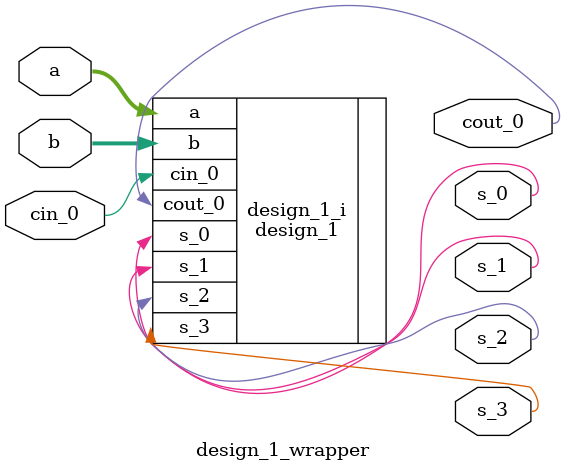
<source format=v>
`timescale 1 ps / 1 ps

module design_1_wrapper
   (a,
    b,
    cin_0,
    cout_0,
    s_0,
    s_1,
    s_2,
    s_3);
  input [3:0]a;
  input [3:0]b;
  input cin_0;
  output cout_0;
  output s_0;
  output s_1;
  output s_2;
  output s_3;

  wire [3:0]a;
  wire [3:0]b;
  wire cin_0;
  wire cout_0;
  wire s_0;
  wire s_1;
  wire s_2;
  wire s_3;

  design_1 design_1_i
       (.a(a),
        .b(b),
        .cin_0(cin_0),
        .cout_0(cout_0),
        .s_0(s_0),
        .s_1(s_1),
        .s_2(s_2),
        .s_3(s_3));
endmodule

</source>
